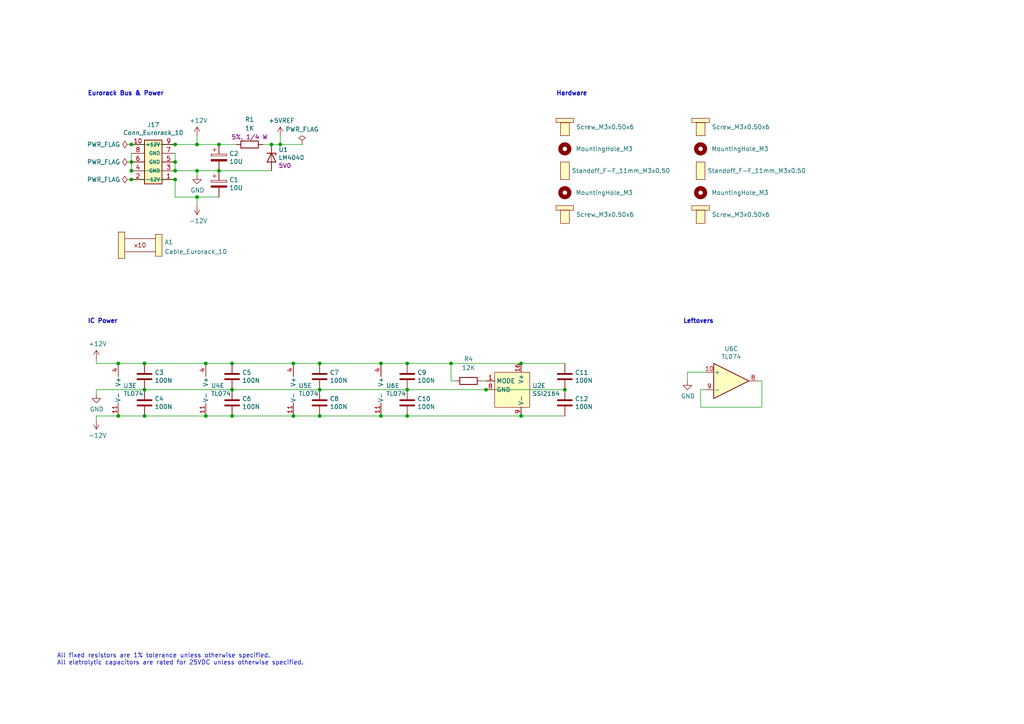
<source format=kicad_sch>
(kicad_sch (version 20211123) (generator eeschema)
  (paper "A4")
  (title_block (title "Power & Hardware - Eurorack 4XVCA Module") (date "2021-12-24") (rev "1.0") (company "Len Popp") (comment 1 "Copyright © 2021 Len Popp CC BY") (comment 2 "Eurorack quad exponential VCA module - 10HP"))
  (lib_symbols
    (symbol "-lmp-holes:MountingHole_PCB_M3" (pin_names (offset 1.016)) (in_bom no)
      (property "Value" "MountingHole_PCB_M3" (at 0 3.175 0))
      (symbol "MountingHole_PCB_M3_0_1"
        (circle (center 0 0) (radius 1.27) (stroke (width 1.27)))
      )
    )
    (symbol "-lmp-opamp:TL074" (pin_names (offset 0.127))
      (property "Reference" "U" (at 0 5.08 0))
      (property "Value" "TL074" (at 0 -5.08 0))
      (symbol "TL074_1_1"
        (polyline (pts (xy -5.08 5.08) (xy 5.08 0) (xy -5.08 -5.08) (xy -5.08 5.08)) (stroke (width 0.254)) (fill (type background)))
        (pin output line (at 7.62 0 180) (length 2.54) (name "~") (number "1"))
        (pin input line (at -7.62 -2.54 0) (length 2.54) (name "-") (number "2"))
        (pin input line (at -7.62 2.54 0) (length 2.54) (name "+") (number "3"))
      )
      (symbol "TL074_2_1"
        (polyline (pts (xy -5.08 5.08) (xy 5.08 0) (xy -5.08 -5.08) (xy -5.08 5.08)) (stroke (width 0.254)) (fill (type background)))
        (pin input line (at -7.62 2.54 0) (length 2.54) (name "+") (number "5"))
        (pin input line (at -7.62 -2.54 0) (length 2.54) (name "-") (number "6"))
        (pin output line (at 7.62 0 180) (length 2.54) (name "~") (number "7"))
      )
      (symbol "TL074_3_1"
        (polyline (pts (xy -5.08 5.08) (xy 5.08 0) (xy -5.08 -5.08) (xy -5.08 5.08)) (stroke (width 0.254)) (fill (type background)))
        (pin input line (at -7.62 2.54 0) (length 2.54) (name "+") (number "10"))
        (pin output line (at 7.62 0 180) (length 2.54) (name "~") (number "8"))
        (pin input line (at -7.62 -2.54 0) (length 2.54) (name "-") (number "9"))
      )
      (symbol "TL074_4_1"
        (polyline (pts (xy -5.08 5.08) (xy 5.08 0) (xy -5.08 -5.08) (xy -5.08 5.08)) (stroke (width 0.254)) (fill (type background)))
        (pin input line (at -7.62 2.54 0) (length 2.54) (name "+") (number "12"))
        (pin input line (at -7.62 -2.54 0) (length 2.54) (name "-") (number "13"))
        (pin output line (at 7.62 0 180) (length 2.54) (name "~") (number "14"))
      )
      (symbol "TL074_5_1"
        (pin power_in line (at -2.54 -7.62 90) (length 3.81) (name "V-") (number "11"))
        (pin power_in line (at -2.54 7.62 270) (length 3.81) (name "V+") (number "4"))
      )
    )
    (symbol "-lmp-power:+12V" (power) (pin_names (offset 0))
      (property "Value" "+12V" (at 0 3.556 0))
      (symbol "+12V_0_1"
        (polyline (pts (xy -0.762 1.27) (xy 0 2.54)))
        (polyline (pts (xy 0 0) (xy 0 2.54)))
        (polyline (pts (xy 0 2.54) (xy 0.762 1.27)))
      )
      (symbol "+12V_1_1"
        (pin power_in line (at 0 0 90) (length 0) hide (name "+12V") (number "1"))
      )
    )
    (symbol "-lmp-power:+5VREF" (power) (pin_names (offset 0))
      (property "Value" "+5VREF" (at 0 3.556 0))
      (symbol "+5VREF_0_1"
        (polyline (pts (xy -0.762 1.27) (xy 0 2.54)))
        (polyline (pts (xy 0 0) (xy 0 2.54)))
        (polyline (pts (xy 0 2.54) (xy 0.762 1.27)))
      )
      (symbol "+5VREF_1_1"
        (pin power_in line (at 0 0 90) (length 0) hide (name "+5VREF") (number "1"))
      )
    )
    (symbol "-lmp-power:-12V" (power) (pin_names (offset 0))
      (property "Value" "-12V" (at 0 -3.556 0))
      (symbol "-12V_0_1"
        (polyline (pts (xy -0.762 -1.27) (xy 0 -2.54)))
        (polyline (pts (xy 0 -2.54) (xy 0.762 -1.27)))
        (polyline (pts (xy 0 0) (xy 0 -2.54)))
      )
      (symbol "-12V_1_1"
        (pin power_in line (at 0 0 270) (length 0) hide (name "-12V") (number "1"))
      )
    )
    (symbol "-lmp-power:GND" (power) (pin_names (offset 0))
      (property "Value" "GND" (at 0 -3.81 0))
      (symbol "GND_0_1"
        (polyline (pts (xy 0 0) (xy 0 -1.27) (xy 1.27 -1.27) (xy 0 -2.54) (xy -1.27 -1.27) (xy 0 -1.27)))
      )
      (symbol "GND_1_1"
        (pin power_in line (at 0 0 270) (length 0) hide (name "GND") (number "1"))
      )
    )
    (symbol "-lmp-power:PWR_FLAG" (power) (pin_numbers hide) (pin_names (offset 0) hide)
      (property "Value" "PWR_FLAG" (at 0 3.81 0))
      (symbol "PWR_FLAG_0_0"
        (pin power_out line (at 0 0 90) (length 0) (name "pwr") (number "1"))
      )
      (symbol "PWR_FLAG_0_1"
        (polyline (pts (xy 0 0) (xy 0 1.27) (xy -1.016 1.905) (xy 0 2.54) (xy 1.016 1.905) (xy 0 1.27)))
      )
    )
    (symbol "-lmp-regulator:LM4040" (pin_numbers hide) (pin_names (offset 1.016) hide)
      (property "Reference" "U" (at 0 2.54 0))
      (property "Value" "LM4040" (at 0 -2.54 0))
      (property "Value2" "[voltage]" (at 0 -4.572 0))
      (symbol "LM4040_0_1"
        (polyline (pts (xy 1.27 0) (xy -1.27 0)))
        (polyline (pts (xy -1.27 -1.27) (xy -1.27 1.27) (xy -0.762 1.27)) (stroke (width 0.254)))
        (polyline (pts (xy 1.27 -1.27) (xy 1.27 1.27) (xy -1.27 0) (xy 1.27 -1.27)) (stroke (width 0.254)))
      )
      (symbol "LM4040_1_1"
        (pin passive line (at -3.81 0 0) (length 2.54) (name "K") (number "1"))
        (pin passive line (at 3.81 0 180) (length 2.54) (name "A") (number "2"))
      )
    )
    (symbol "-lmp-synth:CP_10U" (pin_numbers hide) (pin_names (offset 0.254))
      (property "Reference" "C" (at 0.635 2.54 0))
      (property "Value" "CP_10U" (at 0.635 -2.54 0))
      (symbol "CP_10U_0_1"
        (rectangle (start -2.286 0.508) (end 2.286 1.016))
        (polyline (pts (xy -1.778 2.286) (xy -0.762 2.286)))
        (polyline (pts (xy -1.27 2.794) (xy -1.27 1.778)))
        (rectangle (start 2.286 -0.508) (end -2.286 -1.016) (fill (type outline)))
      )
      (symbol "CP_10U_1_1"
        (pin passive line (at 0 3.81 270) (length 2.794) (name "~") (number "1"))
        (pin passive line (at 0 -3.81 90) (length 2.794) (name "~") (number "2"))
      )
    )
    (symbol "-lmp-synth:Cable_Eurorack_10" (on_board no)
      (property "Reference" "A" (at 0 8.255 0))
      (property "Value" "Cable_Eurorack_10" (at 0 5.715 0))
      (symbol "Cable_Eurorack_10_0_0"
        (text "x10" (at 0 0 0) (effects (font (size 1.27 1.27))))
      )
      (symbol "Cable_Eurorack_10_0_1"
        (rectangle (start -6.35 3.81) (end -4.445 -3.81) (stroke (width 0.1524)) (fill (type background)))
        (polyline (pts (xy -4.445 -1.905) (xy 4.445 -1.905)) (stroke (width 0.1524)))
        (polyline (pts (xy -4.445 1.905) (xy 4.445 1.905)) (stroke (width 0.1524)))
        (rectangle (start 4.445 3.175) (end 6.35 -3.175) (stroke (width 0.1524)) (fill (type background)))
      )
    )
    (symbol "-lmp-synth:Conn_Eurorack_Pwr_10"
      (property "Reference" "J" (at 1.27 7.62 0))
      (property "Value" "Conn_Eurorack_Pwr_10" (at 1.27 -7.62 0))
      (symbol "Conn_Eurorack_Pwr_10_1_1"
        (rectangle (start 3.81 -6.35) (end -1.27 6.35) (stroke (width 0.254)) (fill (type background)))
        (pin power_in line (at 7.62 -5.08 180) (length 3.81) (name "-12V") (number "1"))
        (pin power_in line (at -5.08 5.08 0) (length 3.81) (name "~") (number "10"))
        (pin power_in line (at -5.08 -5.08 0) (length 3.81) (name "~") (number "2"))
        (pin power_in line (at 7.62 -2.54 180) (length 3.81) (name "GND") (number "3"))
        (pin power_in line (at -5.08 -2.54 0) (length 3.81) (name "~") (number "4"))
        (pin power_in line (at 7.62 0 180) (length 3.81) (name "GND") (number "5"))
        (pin power_in line (at -5.08 0 0) (length 3.81) (name "~") (number "6"))
        (pin power_in line (at 7.62 2.54 180) (length 3.81) (name "GND") (number "7"))
        (pin power_in line (at -5.08 2.54 0) (length 3.81) (name "~") (number "8"))
        (pin power_in line (at 7.62 5.08 180) (length 3.81) (name "+12V") (number "9"))
      )
    )
    (symbol "-lmp-synth:HW_Screw_M3x0.50x6" (pin_names (offset 1.016)) (on_board no)
      (property "Value" "HW_Screw_M3x0.50x6" (at 0 -5.08 0))
      (symbol "HW_Screw_M3x0.50x6_0_1"
        (rectangle (start -2.54 1.27) (end 2.54 2.54) (fill (type background)))
        (rectangle (start -1.27 1.27) (end 1.27 -2.54) (fill (type background)))
      )
    )
    (symbol "-lmp-synth:HW_Standoff_F-F_11mm_M3x0.50" (pin_names (offset 1.016)) (on_board no)
      (property "Value" "HW_Standoff_F-F_11mm_M3x0.50" (at 0 -3.81 0))
      (symbol "HW_Standoff_F-F_11mm_M3x0.50_0_1"
        (rectangle (start -1.27 2.54) (end 1.27 -2.54) (fill (type background)))
      )
    )
    (symbol "-lmp-synth:R_1K_Output" (pin_numbers hide) (pin_names (offset 0))
      (property "Reference" "R" (at -2.286 0 90))
      (property "Value" "R_1K_Output" (at 2.413 0 90))
      (property "Value2" "5%, 1/4 W" (at 4.445 0 90))
      (symbol "R_1K_Output_0_1"
        (rectangle (start -1.016 -2.54) (end 1.016 2.54) (stroke (width 0.254)))
      )
      (symbol "R_1K_Output_1_1"
        (pin passive line (at 0 3.81 270) (length 1.27) (name "~") (number "1"))
        (pin passive line (at 0 -3.81 90) (length 1.27) (name "~") (number "2"))
      )
    )
    (symbol "-lmp-synth:SSI2164"
      (property "Reference" "U" (at 5.08 3.81 0))
      (property "Value" "SSI2164" (at 5.08 1.905 0))
      (symbol "SSI2164_1_1"
        (polyline (pts (xy -5.08 5.08) (xy -1.27 -5.08)) (stroke (width 0.254)))
        (polyline (pts (xy -1.27 5.08) (xy -5.08 -5.08)) (stroke (width 0.254)))
        (polyline (pts (xy 0 3.81) (xy 0 3.81)))
        (polyline (pts (xy -1.27 5.08) (xy -5.08 5.08) (xy -5.08 -5.08) (xy -1.27 -5.08)) (stroke (width 0.254)) (fill (type background)))
        (polyline (pts (xy -1.27 5.08) (xy 7.62 0) (xy -1.27 -5.08) (xy -1.27 5.08)) (stroke (width 0.254)) (fill (type background)))
        (pin input line (at -7.62 0 0) (length 2.54) (name "IN1") (number "2"))
        (pin input line (at 0 -7.62 90) (length 3.302) (name "VC1") (number "3"))
        (pin output line (at 10.16 0 180) (length 2.54) (name "OUT1") (number "4"))
      )
      (symbol "SSI2164_2_1"
        (polyline (pts (xy -5.08 5.08) (xy -1.27 -5.08)) (stroke (width 0.254)))
        (polyline (pts (xy -1.27 5.08) (xy -5.08 -5.08)) (stroke (width 0.254)))
        (polyline (pts (xy -1.27 5.08) (xy -5.08 5.08) (xy -5.08 -5.08) (xy -1.27 -5.08)) (stroke (width 0.254)) (fill (type background)))
        (polyline (pts (xy -1.27 5.08) (xy 7.62 0) (xy -1.27 -5.08) (xy -1.27 5.08)) (stroke (width 0.254)) (fill (type background)))
        (pin output line (at 10.16 0 180) (length 2.54) (name "OUT2") (number "5"))
        (pin input line (at 0 -7.62 90) (length 3.302) (name "VC2") (number "6"))
        (pin input line (at -7.62 0 0) (length 2.54) (name "IN2") (number "7"))
      )
      (symbol "SSI2164_3_1"
        (polyline (pts (xy -5.08 5.08) (xy -1.27 -5.08)) (stroke (width 0.254)))
        (polyline (pts (xy -1.27 5.08) (xy -5.08 -5.08)) (stroke (width 0.254)))
        (polyline (pts (xy -1.27 5.08) (xy -5.08 5.08) (xy -5.08 -5.08) (xy -1.27 -5.08)) (stroke (width 0.254)) (fill (type background)))
        (polyline (pts (xy -1.27 5.08) (xy 7.62 0) (xy -1.27 -5.08) (xy -1.27 5.08)) (stroke (width 0.254)) (fill (type background)))
        (pin input line (at -7.62 0 0) (length 2.54) (name "IN3") (number "10"))
        (pin input line (at 0 -7.62 90) (length 3.302) (name "VC3") (number "11"))
        (pin output line (at 10.16 0 180) (length 2.54) (name "OUT3") (number "12"))
      )
      (symbol "SSI2164_4_1"
        (polyline (pts (xy -5.08 5.08) (xy -1.27 -5.08)) (stroke (width 0.254)))
        (polyline (pts (xy -1.27 5.08) (xy -5.08 -5.08)) (stroke (width 0.254)))
        (polyline (pts (xy -1.27 5.08) (xy -5.08 5.08) (xy -5.08 -5.08) (xy -1.27 -5.08)) (stroke (width 0.254)) (fill (type background)))
        (polyline (pts (xy -1.27 5.08) (xy 7.62 0) (xy -1.27 -5.08) (xy -1.27 5.08)) (stroke (width 0.254)) (fill (type background)))
        (pin output line (at 10.16 0 180) (length 2.54) (name "OUT4") (number "13"))
        (pin input line (at 0 -7.62 90) (length 3.302) (name "VC4") (number "14"))
        (pin input line (at -7.62 0 0) (length 2.54) (name "IN4") (number "15"))
      )
      (symbol "SSI2164_5_1"
        (polyline (pts (xy -5.08 5.08) (xy 5.08 5.08) (xy 5.08 -5.08) (xy -5.08 -5.08) (xy -5.08 5.08)) (fill (type background)))
        (pin input line (at -7.62 2.54 0) (length 2.54) (name "MODE") (number "1"))
        (pin power_in line (at 2.54 7.62 270) (length 2.54) (name "V+") (number "16"))
        (pin power_in line (at -7.62 0 0) (length 2.54) (name "GND") (number "8"))
        (pin power_in line (at 2.54 -7.62 90) (length 2.54) (name "V-") (number "9"))
      )
    )
    (symbol "-lmp:CC_100N" (pin_numbers hide) (pin_names (offset 0.254))
      (property "Reference" "C" (at 0.635 2.54 0))
      (property "Value" "CC_100N" (at 0.635 -2.54 0))
      (symbol "CC_100N_0_1"
        (polyline (pts (xy -2.032 -0.762) (xy 2.032 -0.762)) (stroke (width 0.508)))
        (polyline (pts (xy -2.032 0.762) (xy 2.032 0.762)) (stroke (width 0.508)))
      )
      (symbol "CC_100N_1_1"
        (pin passive line (at 0 3.81 270) (length 2.794) (name "~") (number "1"))
        (pin passive line (at 0 -3.81 90) (length 2.794) (name "~") (number "2"))
      )
    )
    (symbol "-lmp:R_1%_0W166" (pin_numbers hide) (pin_names (offset 0))
      (property "Reference" "R" (at -2.286 0 90))
      (property "Value" "R_1%_0W166" (at 2.413 0 90))
      (symbol "R_1%_0W166_0_1"
        (rectangle (start -1.016 -2.54) (end 1.016 2.54) (stroke (width 0.254)))
      )
      (symbol "R_1%_0W166_1_1"
        (pin passive line (at 0 3.81 270) (length 1.27) (name "~") (number "1"))
        (pin passive line (at 0 -3.81 90) (length 1.27) (name "~") (number "2"))
      )
    )
  )
  (junction (at 38.1 46.99))
  (junction (at 34.29 120.65))
  (junction (at 81.28 41.91))
  (junction (at 151.13 120.65))
  (junction (at 38.1 41.91))
  (junction (at 57.15 49.53))
  (junction (at 118.11 105.41))
  (junction (at 38.1 52.07))
  (junction (at 59.69 105.41))
  (junction (at 63.5 49.53))
  (junction (at 50.8 46.99))
  (junction (at 67.31 105.41))
  (junction (at 38.1 49.53))
  (junction (at 140.97 113.03))
  (junction (at 151.13 105.41))
  (junction (at 78.74 41.91))
  (junction (at 118.11 120.65))
  (junction (at 67.31 113.03))
  (junction (at 57.15 57.15))
  (junction (at 41.91 113.03))
  (junction (at 59.69 120.65))
  (junction (at 92.71 105.41))
  (junction (at 41.91 105.41))
  (junction (at 85.09 120.65))
  (junction (at 63.5 41.91))
  (junction (at 118.11 113.03))
  (junction (at 163.83 113.03))
  (junction (at 34.29 105.41))
  (junction (at 67.31 120.65))
  (junction (at 110.49 105.41))
  (junction (at 130.81 105.41))
  (junction (at 50.8 41.91))
  (junction (at 92.71 120.65))
  (junction (at 41.91 120.65))
  (junction (at 85.09 105.41))
  (junction (at 110.49 120.65))
  (junction (at 50.8 49.53))
  (junction (at 92.71 113.03))
  (junction (at 57.15 41.91))
  (junction (at 50.8 52.07))
  (wire (pts (xy 38.1 49.53) (xy 50.8 49.53)))
  (wire (pts (xy 41.91 120.65) (xy 59.69 120.65)))
  (wire (pts (xy 57.15 41.91) (xy 57.15 39.37)))
  (wire (pts (xy 199.39 107.95) (xy 204.47 107.95)))
  (wire (pts (xy 110.49 120.65) (xy 118.11 120.65)))
  (wire (pts (xy 57.15 59.69) (xy 57.15 57.15)))
  (wire (pts (xy 78.74 41.91) (xy 81.28 41.91)))
  (wire (pts (xy 63.5 49.53) (xy 78.74 49.53)))
  (wire (pts (xy 41.91 105.41) (xy 59.69 105.41)))
  (wire (pts (xy 57.15 49.53) (xy 50.8 49.53)))
  (wire (pts (xy 34.29 120.65) (xy 27.94 120.65)))
  (wire (pts (xy 130.81 110.49) (xy 130.81 105.41)))
  (wire (pts (xy 85.09 120.65) (xy 92.71 120.65)))
  (wire (pts (xy 27.94 105.41) (xy 27.94 104.14)))
  (wire (pts (xy 38.1 52.07) (xy 50.8 52.07)))
  (wire (pts (xy 132.08 110.49) (xy 130.81 110.49)))
  (wire (pts (xy 203.2 118.11) (xy 203.2 113.03)))
  (wire (pts (xy 85.09 105.41) (xy 92.71 105.41)))
  (wire (pts (xy 92.71 105.41) (xy 110.49 105.41)))
  (wire (pts (xy 140.97 113.03) (xy 163.83 113.03)))
  (wire (pts (xy 199.39 110.49) (xy 199.39 107.95)))
  (wire (pts (xy 50.8 57.15) (xy 57.15 57.15)))
  (wire (pts (xy 139.7 110.49) (xy 140.97 110.49)))
  (wire (pts (xy 27.94 113.03) (xy 41.91 113.03)))
  (wire (pts (xy 27.94 105.41) (xy 34.29 105.41)))
  (wire (pts (xy 59.69 105.41) (xy 67.31 105.41)))
  (wire (pts (xy 57.15 57.15) (xy 63.5 57.15)))
  (wire (pts (xy 110.49 105.41) (xy 118.11 105.41)))
  (wire (pts (xy 57.15 49.53) (xy 63.5 49.53)))
  (wire (pts (xy 76.2 41.91) (xy 78.74 41.91)))
  (wire (pts (xy 38.1 44.45) (xy 38.1 46.99)))
  (wire (pts (xy 118.11 105.41) (xy 130.81 105.41)))
  (wire (pts (xy 41.91 113.03) (xy 67.31 113.03)))
  (wire (pts (xy 81.28 39.37) (xy 81.28 41.91)))
  (wire (pts (xy 57.15 41.91) (xy 63.5 41.91)))
  (wire (pts (xy 92.71 113.03) (xy 118.11 113.03)))
  (wire (pts (xy 92.71 113.03) (xy 67.31 113.03)))
  (wire (pts (xy 118.11 120.65) (xy 151.13 120.65)))
  (wire (pts (xy 38.1 46.99) (xy 38.1 49.53)))
  (wire (pts (xy 27.94 113.03) (xy 27.94 114.3)))
  (wire (pts (xy 220.98 118.11) (xy 203.2 118.11)))
  (wire (pts (xy 220.98 110.49) (xy 220.98 118.11)))
  (wire (pts (xy 67.31 120.65) (xy 85.09 120.65)))
  (wire (pts (xy 118.11 113.03) (xy 140.97 113.03)))
  (wire (pts (xy 151.13 105.41) (xy 163.83 105.41)))
  (wire (pts (xy 67.31 105.41) (xy 85.09 105.41)))
  (wire (pts (xy 57.15 49.53) (xy 57.15 50.8)))
  (wire (pts (xy 57.15 41.91) (xy 50.8 41.91)))
  (wire (pts (xy 50.8 46.99) (xy 50.8 49.53)))
  (wire (pts (xy 130.81 105.41) (xy 151.13 105.41)))
  (wire (pts (xy 50.8 44.45) (xy 50.8 46.99)))
  (wire (pts (xy 50.8 52.07) (xy 50.8 57.15)))
  (wire (pts (xy 81.28 41.91) (xy 87.63 41.91)))
  (wire (pts (xy 59.69 120.65) (xy 67.31 120.65)))
  (wire (pts (xy 34.29 105.41) (xy 41.91 105.41)))
  (wire (pts (xy 34.29 120.65) (xy 41.91 120.65)))
  (wire (pts (xy 151.13 120.65) (xy 163.83 120.65)))
  (wire (pts (xy 219.71 110.49) (xy 220.98 110.49)))
  (wire (pts (xy 203.2 113.03) (xy 204.47 113.03)))
  (wire (pts (xy 50.8 41.91) (xy 38.1 41.91)))
  (wire (pts (xy 92.71 120.65) (xy 110.49 120.65)))
  (wire (pts (xy 63.5 41.91) (xy 68.58 41.91)))
  (wire (pts (xy 27.94 121.92) (xy 27.94 120.65)))
  (text "IC Power" (at 25.4 93.98 0) (effects (font (size 1.27 1.27) (thickness 0.254) bold) (justify left bottom)))
  (text "Leftovers" (at 198.12 93.98 0) (effects (font (size 1.27 1.27) (thickness 0.254) bold) (justify left bottom)))
  (text "Eurorack Bus & Power" (at 25.4 27.94 0) (effects (font (size 1.27 1.27) (thickness 0.254) bold) (justify left bottom)))
  (text "All fixed resistors are 1% tolerance unless otherwise specified.\nAll eletrolytic capacitors are rated for 25VDC unless otherwise specified." (at 16.51 193.04 0) (effects (font (size 1.27 1.27)) (justify left bottom)))
  (text "Hardware" (at 161.29 27.94 0) (effects (font (size 1.27 1.27) (thickness 0.254) bold) (justify left bottom)))
  (symbol (lib_id "-lmp-synth:Conn_Eurorack_Pwr_10") (at 43.18 46.99 0) (unit 1)
    (property "Reference" "J17" (at 44.45 36.195 0))
    (property "Value" "Conn_Eurorack_10" (at 44.45 38.5064 0))
    (property "Footprint" "-lmp-synth:IDC-Header-Eurorack-10-TH" (effects hide))
    (property "Datasheet" "https://www.mouser.ca/datasheet/2/445/61201021621-1717731.pdf" (effects hide))
    (property "Manufacturer" "Wurth Elektronik" (effects hide))
    (property "ManufacturerPartNum" "61201021621" (effects hide))
    (property "Distributor" "Mouser" (effects hide))
    (property "DistributorPartNum" "710-61201021621" (effects hide))
    (property "DistributorPartLink" "https://www.mouser.ca/ProductDetail/Wurth-Elektronik/61201021621?qs=%2Fha2pyFadugkhyfdWLPRIwz9kroMfF%252BXZWEETFcVSqiQRaqHzEC2RQ%3D%3D" (effects hide))
    (property "Distributor2" "Mouser" (effects hide))
    (property "DistributorPartNum2" "523-G821EU210AAL10Y" (effects hide))
    (property "DistributorPartLink2" "https://www.mouser.ca/ProductDetail/523-G821EU210AAL10Y" (effects hide))
  )
  (symbol (lib_id "-lmp-power:-12V") (at 57.15 59.69 0) (unit 1)
    (property "Reference" "#PWR0121" (effects hide))
    (property "Value" "-12V" (at 57.531 64.0842 0))
  )
  (symbol (lib_id "-lmp-holes:MountingHole_PCB_M3") (at 163.83 43.18 0) (unit 1) (in_bom no)
    (property "Reference" "H2" (effects hide))
    (property "Value" "MountingHole_M3" (at 175.26 43.18 0))
    (property "Footprint" "-lmp-holes:MountingHole_PCB_3.2mm_M3" (effects hide))
  )
  (symbol (lib_id "-lmp-power:+5VREF") (at 81.28 39.37 0) (unit 1)
    (property "Reference" "#PWR03" (effects hide))
    (property "Value" "+5VREF" (at 81.661 34.9758 0))
  )
  (symbol (lib_id "-lmp-power:+12V") (at 27.94 104.14 0) (unit 1)
    (property "Reference" "#PWR0106" (effects hide))
    (property "Value" "+12V" (at 28.321 99.7458 0))
  )
  (symbol (lib_id "-lmp-power:PWR_FLAG") (at 38.1 46.99 90) (unit 1)
    (property "Reference" "#FLG0110" (effects hide))
    (property "Value" "PWR_FLAG" (at 34.8742 46.99 90) (effects (justify left)))
  )
  (symbol (lib_id "-lmp-power:PWR_FLAG") (at 38.1 52.07 90) (unit 1)
    (property "Reference" "#FLG0109" (effects hide))
    (property "Value" "PWR_FLAG" (at 34.8742 52.07 90) (effects (justify left)))
  )
  (symbol (lib_id "-lmp-synth:CP_10U") (at 63.5 45.72 0) (unit 1)
    (property "Reference" "C2" (at 66.4972 44.5516 0) (effects (justify left)))
    (property "Value" "10U" (at 66.4972 46.863 0) (effects (justify left)))
    (property "Footprint" "-lmp-misc:CP_Radial_D4.0mm_P1.50mm" (effects hide))
    (property "Datasheet" "https://industrial.panasonic.com/cdbs/www-data/pdf/RDF0000/ABA0000C1209.pdf" (effects hide))
    (property "Manufacturer" "Panasonic" (effects hide))
    (property "ManufacturerPartNum" "EEA-FC1E100" (effects hide))
    (property "Distributor" "Mouser" (effects hide))
    (property "DistributorPartNum" "667-EEA-FC1E100" (effects hide))
    (property "DistributorPartLink" "https://www.mouser.ca/ProductDetail/Panasonic/EEA-FC1E100?qs=nLJruSqDb94EJwiFQJd4iw%3D%3D" (effects hide))
    (property "Value2" "25 VDC" (effects hide))
    (property "Note" "12 V decoupling" (effects hide))
  )
  (symbol (lib_id "-lmp-synth:CP_10U") (at 63.5 53.34 0) (unit 1)
    (property "Reference" "C1" (at 66.4972 52.1716 0) (effects (justify left)))
    (property "Value" "10U" (at 66.4972 54.483 0) (effects (justify left)))
    (property "Footprint" "-lmp-misc:CP_Radial_D4.0mm_P1.50mm" (effects hide))
    (property "Datasheet" "https://industrial.panasonic.com/cdbs/www-data/pdf/RDF0000/ABA0000C1209.pdf" (effects hide))
    (property "Manufacturer" "Panasonic" (effects hide))
    (property "ManufacturerPartNum" "EEA-FC1E100" (effects hide))
    (property "Distributor" "Mouser" (effects hide))
    (property "DistributorPartNum" "667-EEA-FC1E100" (effects hide))
    (property "DistributorPartLink" "https://www.mouser.ca/ProductDetail/Panasonic/EEA-FC1E100?qs=nLJruSqDb94EJwiFQJd4iw%3D%3D" (effects hide))
    (property "Note" "12 V decoupling" (effects hide))
    (property "Value2" "25 VDC" (effects hide))
  )
  (symbol (lib_id "-lmp-power:GND") (at 57.15 50.8 0) (unit 1)
    (property "Reference" "#PWR0120" (effects hide))
    (property "Value" "GND" (at 57.277 55.1942 0))
  )
  (symbol (lib_id "-lmp-power:+12V") (at 57.15 39.37 0) (unit 1)
    (property "Reference" "#PWR0119" (effects hide))
    (property "Value" "+12V" (at 57.531 34.9758 0))
  )
  (symbol (lib_id "-lmp-power:PWR_FLAG") (at 38.1 41.91 90) (unit 1)
    (property "Reference" "#FLG01" (effects hide))
    (property "Value" "PWR_FLAG" (at 34.8742 41.91 90) (effects (justify left)))
  )
  (symbol (lib_id "-lmp-holes:MountingHole_PCB_M3") (at 163.83 55.88 0) (unit 1) (in_bom no)
    (property "Reference" "H4" (effects hide))
    (property "Value" "MountingHole_M3" (at 175.26 55.88 0))
    (property "Footprint" "-lmp-holes:MountingHole_PCB_3.2mm_M3" (effects hide))
  )
  (symbol (lib_id "-lmp-synth:SSI2164") (at 148.59 113.03 0) (unit 5)
    (property "Reference" "U2" (at 154.3812 111.8616 0) (effects (justify left)))
    (property "Value" "SSI2164" (at 154.3812 114.173 0) (effects (justify left)))
    (property "Footprint" "-lmp-breakout:Breakout_DIP-SOIC-16_W15.24mm" (effects hide))
    (property "Datasheet" "http://soundsemiconductor.com/downloads/ssi2164datasheet.pdf" (effects hide))
    (property "Manufacturer" "Sound Semiconductor" (effects hide))
    (property "ManufacturerPartNum" "SSI2164" (effects hide))
    (property "Distributor" "Synthcube" (effects hide))
    (property "DistributorPartNum" "ICNSSI2164SMT" (effects hide))
    (property "DistributorPartLink" "https://synthcube.com/cart/sound-semiconductor-ssi2164-fatkeys-quad-voltage-controlled-amplifier?search=ssi2164&description=true" (effects hide))
    (property "Distributor2" "Antique Electronic Supply" (effects hide))
    (property "DistributorPartNum2" "P-Q-SSI2164" (effects hide))
    (property "DistributorPartLink2" "https://www.tubesandmore.com/products/integrated-circuit-ssi2164-quad-vca-sound-semiconductor" (effects hide))
  )
  (symbol (lib_id "-lmp:R_1%_0W166") (at 135.89 110.49 270) (unit 1)
    (property "Reference" "R4" (at 135.89 104.14 90))
    (property "Value" "12K" (at 135.89 106.68 90))
    (property "Footprint" "-lmp-misc:R_Axial_DIN0207_L6.3mm_D2.5mm_P7.62mm_Horizontal" (effects hide))
    (property "Datasheet" "https://www.mouser.ca/datasheet/2/447/Yageo_LR_MFR_1-1714151.pdf" (effects hide))
    (property "Manufacturer" "YAGEO" (effects hide))
    (property "ManufacturerPartNum" "MFR-12FTF52-12K" (effects hide))
    (property "Distributor" "Mouser" (effects hide))
    (property "DistributorPartNum" "603-MFR-12FTF52-12K" (effects hide))
    (property "DistributorPartLink" "https://www.mouser.ca/ProductDetail/603-MFR-12FTF52-12K" (effects hide))
    (property "Value2" "1%, 1/6 W" (effects hide))
  )
  (symbol (lib_id "-lmp:CC_100N") (at 41.91 109.22 0) (unit 1)
    (property "Reference" "C3" (at 44.831 108.0516 0) (effects (justify left)))
    (property "Value" "100N" (at 44.831 110.363 0) (effects (justify left)))
    (property "Footprint" "-lmp-misc:C_Disc_D5.0mm_W2.5mm_P2.50mm" (effects hide))
    (property "Datasheet" "https://product.tdk.com/system/files/dam/doc/product/capacitor/ceramic/lead-mlcc/catalog/leadmlcc_halogenfree_fg_en.pdf" (effects hide))
    (property "Manufacturer" "TDK" (effects hide))
    (property "ManufacturerPartNum" "FG18X7R1H104KNT06" (effects hide))
    (property "Distributor" "Mouser" (effects hide))
    (property "DistributorPartNum" "810-FG18X7R1H104KNT6" (effects hide))
    (property "DistributorPartLink" "https://www.mouser.ca/ProductDetail/810-FG18X7R1H104KNT6" (effects hide))
    (property "Note" "IC decoupling" (effects hide))
  )
  (symbol (lib_id "-lmp:CC_100N") (at 41.91 116.84 0) (unit 1)
    (property "Reference" "C4" (at 44.831 115.6716 0) (effects (justify left)))
    (property "Value" "100N" (at 44.831 117.983 0) (effects (justify left)))
    (property "Footprint" "-lmp-misc:C_Disc_D5.0mm_W2.5mm_P2.50mm" (effects hide))
    (property "Datasheet" "https://product.tdk.com/system/files/dam/doc/product/capacitor/ceramic/lead-mlcc/catalog/leadmlcc_halogenfree_fg_en.pdf" (effects hide))
    (property "Manufacturer" "TDK" (effects hide))
    (property "ManufacturerPartNum" "FG18X7R1H104KNT06" (effects hide))
    (property "Distributor" "Mouser" (effects hide))
    (property "DistributorPartNum" "810-FG18X7R1H104KNT6" (effects hide))
    (property "DistributorPartLink" "https://www.mouser.ca/ProductDetail/810-FG18X7R1H104KNT6" (effects hide))
    (property "Note" "IC decoupling" (effects hide))
  )
  (symbol (lib_id "-lmp-power:-12V") (at 27.94 121.92 0) (unit 1)
    (property "Reference" "#PWR0103" (effects hide))
    (property "Value" "-12V" (at 28.321 126.3142 0))
  )
  (symbol (lib_id "-lmp-power:GND") (at 27.94 114.3 0) (unit 1)
    (property "Reference" "#PWR0104" (effects hide))
    (property "Value" "GND" (at 28.067 118.6942 0))
  )
  (symbol (lib_id "-lmp-opamp:TL074") (at 36.83 113.03 0) (unit 5)
    (property "Reference" "U3" (at 35.7632 111.8616 0) (effects (justify left)))
    (property "Value" "TL074" (at 35.7632 114.173 0) (effects (justify left)))
    (property "Footprint" "Package_DIP:DIP-14_W7.62mm" (effects hide))
    (property "Datasheet" "http://www.ti.com/lit/ds/symlink/tl071.pdf" (effects hide))
    (property "Manufacturer" "Texas Instruments" (effects hide))
    (property "ManufacturerPartNum" "TL074BCN" (effects hide))
    (property "Distributor" "Mouser" (effects hide))
    (property "DistributorPartNum" "595-TL074BCN" (effects hide))
    (property "DistributorPartLink" "https://www.mouser.ca/ProductDetail/?qs=vxEfx8VrU7BHurOY5iQdiA%3D%3D" (effects hide))
  )
  (symbol (lib_id "-lmp:CC_100N") (at 67.31 109.22 0) (unit 1)
    (property "Reference" "C5" (at 70.231 108.0516 0) (effects (justify left)))
    (property "Value" "100N" (at 70.231 110.363 0) (effects (justify left)))
    (property "Footprint" "-lmp-misc:C_Disc_D5.0mm_W2.5mm_P2.50mm" (effects hide))
    (property "Datasheet" "https://product.tdk.com/system/files/dam/doc/product/capacitor/ceramic/lead-mlcc/catalog/leadmlcc_halogenfree_fg_en.pdf" (effects hide))
    (property "Manufacturer" "TDK" (effects hide))
    (property "ManufacturerPartNum" "FG18X7R1H104KNT06" (effects hide))
    (property "Distributor" "Mouser" (effects hide))
    (property "DistributorPartNum" "810-FG18X7R1H104KNT6" (effects hide))
    (property "DistributorPartLink" "https://www.mouser.ca/ProductDetail/810-FG18X7R1H104KNT6" (effects hide))
    (property "Note" "IC decoupling" (effects hide))
  )
  (symbol (lib_id "-lmp:CC_100N") (at 67.31 116.84 0) (unit 1)
    (property "Reference" "C6" (at 70.231 115.6716 0) (effects (justify left)))
    (property "Value" "100N" (at 70.231 117.983 0) (effects (justify left)))
    (property "Footprint" "-lmp-misc:C_Disc_D5.0mm_W2.5mm_P2.50mm" (effects hide))
    (property "Datasheet" "https://product.tdk.com/system/files/dam/doc/product/capacitor/ceramic/lead-mlcc/catalog/leadmlcc_halogenfree_fg_en.pdf" (effects hide))
    (property "Manufacturer" "TDK" (effects hide))
    (property "ManufacturerPartNum" "FG18X7R1H104KNT06" (effects hide))
    (property "Distributor" "Mouser" (effects hide))
    (property "DistributorPartNum" "810-FG18X7R1H104KNT6" (effects hide))
    (property "DistributorPartLink" "https://www.mouser.ca/ProductDetail/810-FG18X7R1H104KNT6" (effects hide))
    (property "Note" "IC decoupling" (effects hide))
  )
  (symbol (lib_id "-lmp-opamp:TL074") (at 62.23 113.03 0) (unit 5)
    (property "Reference" "U4" (at 61.1632 111.8616 0) (effects (justify left)))
    (property "Value" "TL074" (at 61.1632 114.173 0) (effects (justify left)))
    (property "Footprint" "Package_DIP:DIP-14_W7.62mm" (effects hide))
    (property "Datasheet" "http://www.ti.com/lit/ds/symlink/tl071.pdf" (effects hide))
    (property "Manufacturer" "Texas Instruments" (effects hide))
    (property "ManufacturerPartNum" "TL074BCN" (effects hide))
    (property "Distributor" "Mouser" (effects hide))
    (property "DistributorPartNum" "595-TL074BCN" (effects hide))
    (property "DistributorPartLink" "https://www.mouser.ca/ProductDetail/?qs=vxEfx8VrU7BHurOY5iQdiA%3D%3D" (effects hide))
  )
  (symbol (lib_id "-lmp:CC_100N") (at 92.71 109.22 0) (unit 1)
    (property "Reference" "C7" (at 95.631 108.0516 0) (effects (justify left)))
    (property "Value" "100N" (at 95.631 110.363 0) (effects (justify left)))
    (property "Footprint" "-lmp-misc:C_Disc_D5.0mm_W2.5mm_P2.50mm" (effects hide))
    (property "Datasheet" "https://product.tdk.com/system/files/dam/doc/product/capacitor/ceramic/lead-mlcc/catalog/leadmlcc_halogenfree_fg_en.pdf" (effects hide))
    (property "Manufacturer" "TDK" (effects hide))
    (property "ManufacturerPartNum" "FG18X7R1H104KNT06" (effects hide))
    (property "Distributor" "Mouser" (effects hide))
    (property "DistributorPartNum" "810-FG18X7R1H104KNT6" (effects hide))
    (property "DistributorPartLink" "https://www.mouser.ca/ProductDetail/810-FG18X7R1H104KNT6" (effects hide))
    (property "Note" "IC decoupling" (effects hide))
  )
  (symbol (lib_id "-lmp:CC_100N") (at 92.71 116.84 0) (unit 1)
    (property "Reference" "C8" (at 95.631 115.6716 0) (effects (justify left)))
    (property "Value" "100N" (at 95.631 117.983 0) (effects (justify left)))
    (property "Footprint" "-lmp-misc:C_Disc_D5.0mm_W2.5mm_P2.50mm" (effects hide))
    (property "Datasheet" "https://product.tdk.com/system/files/dam/doc/product/capacitor/ceramic/lead-mlcc/catalog/leadmlcc_halogenfree_fg_en.pdf" (effects hide))
    (property "Manufacturer" "TDK" (effects hide))
    (property "ManufacturerPartNum" "FG18X7R1H104KNT06" (effects hide))
    (property "Distributor" "Mouser" (effects hide))
    (property "DistributorPartNum" "810-FG18X7R1H104KNT6" (effects hide))
    (property "DistributorPartLink" "https://www.mouser.ca/ProductDetail/810-FG18X7R1H104KNT6" (effects hide))
    (property "Note" "IC decoupling" (effects hide))
  )
  (symbol (lib_id "-lmp-synth:R_1K_Output") (at 72.39 41.91 270) (unit 1)
    (property "Reference" "R1" (at 72.39 34.6574 90))
    (property "Value" "1K" (at 72.39 37.1943 90))
    (property "Footprint" "-lmp-misc:R_Axial_DIN0207_L6.3mm_D2.5mm_P10.16mm_Horizontal" (effects hide))
    (property "Datasheet" "https://www.mouser.ca/datasheet/2/427/ccf07-1762725.pdf" (effects hide))
    (property "Manufacturer" "Vishay / Dale" (effects hide))
    (property "ManufacturerPartNum" "CCF071K00JKE36" (effects hide))
    (property "Distributor" "Mouser" (effects hide))
    (property "DistributorPartNum" "71-CCF071K00JKE36" (effects hide))
    (property "DistributorPartLink" "https://www.mouser.ca/ProductDetail/Vishay-Dale/CCF071K00JKE36?qs=sGAEpiMZZMsPqMdJzcrNwqw41JD0NFylHV1MADcQnpo%3D" (effects hide))
    (property "Value2" "5%, 1/4 W" (at 72.39 39.7312 90))
    (property "Note" "Output limiting" (effects hide))
  )
  (symbol (lib_id "-lmp-regulator:LM4040") (at 78.74 45.72 270) (unit 1)
    (property "Reference" "U1" (at 80.772 43.4086 90) (effects (justify left)))
    (property "Value" "LM4040" (at 80.772 45.72 90) (effects (justify left)))
    (property "Footprint" "-lmp-misc:TO-92-2_Wide" (effects hide))
    (property "Datasheet" "https://www.ti.com/lit/ds/symlink/lm4040-n.pdf?ts=1622551591255" (effects hide))
    (property "Value2" "5V0" (at 80.772 48.0314 90) (effects (justify left)))
    (property "Manufacturer" "Texas Instruments" (effects hide))
    (property "ManufacturerPartNum" "LM4040BIZ-5.0/NOPB" (effects hide))
    (property "Distributor" "Mouser" (effects hide))
    (property "DistributorPartLink" "https://www.mouser.ca/ProductDetail/Texas-Instruments/LM4040BIZ-50-NOPB?qs=QbsRYf82W3GLY9MRUWoCeQ%3D%3D" (effects hide))
    (property "DistributorPartNum" "926-LM4040BIZ50NOPB" (effects hide))
  )
  (symbol (lib_id "-lmp-opamp:TL074") (at 87.63 113.03 0) (unit 5)
    (property "Reference" "U5" (at 86.5632 111.8616 0) (effects (justify left)))
    (property "Value" "TL074" (at 86.5632 114.173 0) (effects (justify left)))
    (property "Footprint" "Package_DIP:DIP-14_W7.62mm" (effects hide))
    (property "Datasheet" "http://www.ti.com/lit/ds/symlink/tl071.pdf" (effects hide))
    (property "Manufacturer" "Texas Instruments" (effects hide))
    (property "ManufacturerPartNum" "TL074BCN" (effects hide))
    (property "Distributor" "Mouser" (effects hide))
    (property "DistributorPartNum" "595-TL074BCN" (effects hide))
    (property "DistributorPartLink" "https://www.mouser.ca/ProductDetail/?qs=vxEfx8VrU7BHurOY5iQdiA%3D%3D" (effects hide))
  )
  (symbol (lib_id "-lmp:CC_100N") (at 118.11 109.22 0) (unit 1)
    (property "Reference" "C9" (at 121.031 108.0516 0) (effects (justify left)))
    (property "Value" "100N" (at 121.031 110.363 0) (effects (justify left)))
    (property "Footprint" "-lmp-misc:C_Disc_D5.0mm_W2.5mm_P2.50mm" (effects hide))
    (property "Datasheet" "https://product.tdk.com/system/files/dam/doc/product/capacitor/ceramic/lead-mlcc/catalog/leadmlcc_halogenfree_fg_en.pdf" (effects hide))
    (property "Manufacturer" "TDK" (effects hide))
    (property "ManufacturerPartNum" "FG18X7R1H104KNT06" (effects hide))
    (property "Distributor" "Mouser" (effects hide))
    (property "DistributorPartNum" "810-FG18X7R1H104KNT6" (effects hide))
    (property "DistributorPartLink" "https://www.mouser.ca/ProductDetail/810-FG18X7R1H104KNT6" (effects hide))
    (property "Note" "IC decoupling" (effects hide))
  )
  (symbol (lib_id "-lmp:CC_100N") (at 118.11 116.84 0) (unit 1)
    (property "Reference" "C10" (at 121.031 115.6716 0) (effects (justify left)))
    (property "Value" "100N" (at 121.031 117.983 0) (effects (justify left)))
    (property "Footprint" "-lmp-misc:C_Disc_D5.0mm_W2.5mm_P2.50mm" (effects hide))
    (property "Datasheet" "https://product.tdk.com/system/files/dam/doc/product/capacitor/ceramic/lead-mlcc/catalog/leadmlcc_halogenfree_fg_en.pdf" (effects hide))
    (property "Manufacturer" "TDK" (effects hide))
    (property "ManufacturerPartNum" "FG18X7R1H104KNT06" (effects hide))
    (property "Distributor" "Mouser" (effects hide))
    (property "DistributorPartNum" "810-FG18X7R1H104KNT6" (effects hide))
    (property "DistributorPartLink" "https://www.mouser.ca/ProductDetail/810-FG18X7R1H104KNT6" (effects hide))
    (property "Note" "IC decoupling" (effects hide))
  )
  (symbol (lib_id "-lmp:CC_100N") (at 163.83 116.84 0) (unit 1)
    (property "Reference" "C12" (at 166.751 115.6716 0) (effects (justify left)))
    (property "Value" "100N" (at 166.751 117.983 0) (effects (justify left)))
    (property "Footprint" "-lmp-misc:C_Disc_D5.0mm_W2.5mm_P2.50mm" (effects hide))
    (property "Datasheet" "https://product.tdk.com/system/files/dam/doc/product/capacitor/ceramic/lead-mlcc/catalog/leadmlcc_halogenfree_fg_en.pdf" (effects hide))
    (property "Manufacturer" "TDK" (effects hide))
    (property "ManufacturerPartNum" "FG18X7R1H104KNT06" (effects hide))
    (property "Distributor" "Mouser" (effects hide))
    (property "DistributorPartNum" "810-FG18X7R1H104KNT6" (effects hide))
    (property "DistributorPartLink" "https://www.mouser.ca/ProductDetail/810-FG18X7R1H104KNT6" (effects hide))
    (property "Note" "IC decoupling" (effects hide))
  )
  (symbol (lib_id "-lmp-synth:HW_Standoff_F-F_11mm_M3x0.50") (at 163.83 49.53 0) (unit 1) (on_board no)
    (property "Reference" "H3" (effects hide))
    (property "Value" "Standoff_F-F_11mm_M3x0.50" (at 165.8112 49.53 0) (effects (justify left)))
    (property "Datasheet" "https://www.thonk.co.uk/wp-content/uploads/2018/05/standoff-datasheet.pdf" (effects hide))
    (property "Distributor" "Thonk" (effects hide))
    (property "DistributorPartNum" "Mech_11mm_Standoff_(x10)" (effects hide))
    (property "DistributorPartLink" "https://www.thonk.co.uk/shop/standoffs/" (effects hide))
    (property "Manufacturer" "Ettinger" (effects hide))
    (property "ManufacturerPartNum" "05.03.111" (effects hide))
    (property "Distributor2" "Mouser" (effects hide))
    (property "DistributorPartNum2" "710-970110321" (effects hide))
    (property "DistributorPartLink2" "https://www.mouser.ca/ProductDetail/Wurth-Elektronik/970110321?qs=wr8lucFkNMUs0IWSCWTB3w%3D%3D" (effects hide))
  )
  (symbol (lib_id "-lmp-holes:MountingHole_PCB_M3") (at 203.2 43.18 0) (unit 1) (in_bom no)
    (property "Reference" "H7" (effects hide))
    (property "Value" "MountingHole_M3" (at 214.63 43.18 0))
    (property "Footprint" "-lmp-holes:MountingHole_PCB_3.2mm_M3" (effects hide))
  )
  (symbol (lib_id "-lmp-holes:MountingHole_PCB_M3") (at 203.2 55.88 0) (unit 1) (in_bom no)
    (property "Reference" "H9" (effects hide))
    (property "Value" "MountingHole_M3" (at 214.63 55.88 0))
    (property "Footprint" "-lmp-holes:MountingHole_PCB_3.2mm_M3" (effects hide))
  )
  (symbol (lib_id "-lmp-synth:HW_Screw_M3x0.50x6") (at 203.2 36.83 0) (unit 1) (on_board no)
    (property "Reference" "H6" (effects hide))
    (property "Value" "Screw_M3x0.50x6" (at 206.4512 36.83 0) (effects (justify left)))
  )
  (symbol (lib_id "-lmp-synth:HW_Screw_M3x0.50x6") (at 203.2 62.23 0) (unit 1) (on_board no)
    (property "Reference" "H10" (effects hide))
    (property "Value" "Screw_M3x0.50x6" (at 206.4512 62.23 0) (effects (justify left)))
  )
  (symbol (lib_id "-lmp-synth:HW_Screw_M3x0.50x6") (at 163.83 36.83 0) (unit 1) (on_board no)
    (property "Reference" "H1" (effects hide))
    (property "Value" "Screw_M3x0.50x6" (at 167.0812 36.83 0) (effects (justify left)))
  )
  (symbol (lib_id "-lmp-synth:HW_Screw_M3x0.50x6") (at 163.83 62.23 0) (unit 1) (on_board no)
    (property "Reference" "H5" (effects hide))
    (property "Value" "Screw_M3x0.50x6" (at 167.0812 62.23 0) (effects (justify left)))
  )
  (symbol (lib_id "-lmp-opamp:TL074") (at 212.09 110.49 0) (unit 3)
    (property "Reference" "U6" (at 212.09 101.1682 0))
    (property "Value" "TL074" (at 212.09 103.4796 0))
    (property "Footprint" "Package_DIP:DIP-14_W7.62mm" (effects hide))
    (property "Datasheet" "http://www.ti.com/lit/ds/symlink/tl071.pdf" (effects hide))
    (property "Manufacturer" "Texas Instruments" (effects hide))
    (property "ManufacturerPartNum" "TL074BCN" (effects hide))
    (property "Distributor" "Mouser" (effects hide))
    (property "DistributorPartNum" "595-TL074BCN" (effects hide))
    (property "DistributorPartLink" "https://www.mouser.ca/ProductDetail/?qs=vxEfx8VrU7BHurOY5iQdiA%3D%3D" (effects hide))
  )
  (symbol (lib_id "-lmp-power:GND") (at 199.39 110.49 0) (unit 1)
    (property "Reference" "#PWR019" (effects hide))
    (property "Value" "GND" (at 199.517 114.8842 0))
  )
  (symbol (lib_id "-lmp-power:PWR_FLAG") (at 87.63 41.91 0) (unit 1)
    (property "Reference" "#FLG0101" (effects hide))
    (property "Value" "PWR_FLAG" (at 87.63 37.5158 0))
  )
  (symbol (lib_id "-lmp-opamp:TL074") (at 113.03 113.03 0) (unit 5)
    (property "Reference" "U6" (at 111.9632 111.8616 0) (effects (justify left)))
    (property "Value" "TL074" (at 111.9632 114.173 0) (effects (justify left)))
    (property "Footprint" "Package_DIP:DIP-14_W7.62mm" (effects hide))
    (property "Datasheet" "http://www.ti.com/lit/ds/symlink/tl071.pdf" (effects hide))
    (property "Manufacturer" "Texas Instruments" (effects hide))
    (property "ManufacturerPartNum" "TL074BCN" (effects hide))
    (property "Distributor" "Mouser" (effects hide))
    (property "DistributorPartNum" "595-TL074BCN" (effects hide))
    (property "DistributorPartLink" "https://www.mouser.ca/ProductDetail/?qs=vxEfx8VrU7BHurOY5iQdiA%3D%3D" (effects hide))
  )
  (symbol (lib_id "-lmp:CC_100N") (at 163.83 109.22 0) (unit 1)
    (property "Reference" "C11" (at 166.751 108.0516 0) (effects (justify left)))
    (property "Value" "100N" (at 166.751 110.363 0) (effects (justify left)))
    (property "Footprint" "-lmp-misc:C_Disc_D5.0mm_W2.5mm_P2.50mm" (effects hide))
    (property "Datasheet" "https://product.tdk.com/system/files/dam/doc/product/capacitor/ceramic/lead-mlcc/catalog/leadmlcc_halogenfree_fg_en.pdf" (effects hide))
    (property "Manufacturer" "TDK" (effects hide))
    (property "ManufacturerPartNum" "FG18X7R1H104KNT06" (effects hide))
    (property "Distributor" "Mouser" (effects hide))
    (property "DistributorPartNum" "810-FG18X7R1H104KNT6" (effects hide))
    (property "DistributorPartLink" "https://www.mouser.ca/ProductDetail/810-FG18X7R1H104KNT6" (effects hide))
    (property "Note" "IC decoupling" (effects hide))
  )
  (symbol (lib_id "-lmp-synth:Cable_Eurorack_10") (at 40.64 71.12 0) (unit 1) (on_board no)
    (property "Reference" "A1" (at 47.7012 70.2115 0) (effects (justify left)))
    (property "Value" "Cable_Eurorack_10" (at 47.7012 72.9866 0) (effects (justify left)))
    (property "Footprint" "-lmp-misc:NoFootprint" (effects hide))
    (property "Note" "Length as required" (effects hide))
    (property "Distributor" "Thonk" (effects hide))
    (property "DistributorPartLink" "https://www.thonk.co.uk/shop/eurorack-power-cables/" (effects hide))
    (property "Distributor2" "SynthCube" (effects hide))
    (property "DistributorPartLink2" "https://synthcube.com/cart/eurorack-ribbon-power-cables" (effects hide))
    (property "Distributor3" "Modular Addict" (effects hide))
    (property "DistributorPartLink3" "https://modularaddict.com/parts/eurorack-power-cables-1" (effects hide))
  )
  (symbol (lib_id "-lmp-synth:HW_Standoff_F-F_11mm_M3x0.50") (at 203.2 49.53 0) (unit 1) (on_board no)
    (property "Reference" "H8" (effects hide))
    (property "Value" "Standoff_F-F_11mm_M3x0.50" (at 205.1812 49.53 0) (effects (justify left)))
    (property "Datasheet" "https://www.thonk.co.uk/wp-content/uploads/2018/05/standoff-datasheet.pdf" (effects hide))
    (property "Distributor" "Thonk" (effects hide))
    (property "DistributorPartNum" "Mech_11mm_Standoff_(x10)" (effects hide))
    (property "DistributorPartLink" "https://www.thonk.co.uk/shop/standoffs/" (effects hide))
    (property "Manufacturer" "Ettinger" (effects hide))
    (property "ManufacturerPartNum" "05.03.111" (effects hide))
    (property "Distributor2" "Mouser" (effects hide))
    (property "DistributorPartNum2" "710-970110321" (effects hide))
    (property "DistributorPartLink2" "https://www.mouser.ca/ProductDetail/Wurth-Elektronik/970110321?qs=wr8lucFkNMUs0IWSCWTB3w%3D%3D" (effects hide))
  )
)
</source>
